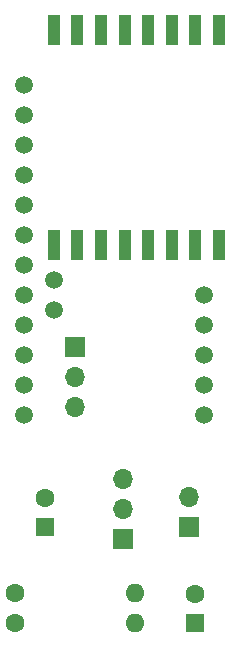
<source format=gbr>
%TF.GenerationSoftware,KiCad,Pcbnew,6.0.2+dfsg-1*%
%TF.CreationDate,2022-08-02T15:25:53+02:00*%
%TF.ProjectId,shield,73686965-6c64-42e6-9b69-6361645f7063,rev?*%
%TF.SameCoordinates,Original*%
%TF.FileFunction,Soldermask,Top*%
%TF.FilePolarity,Negative*%
%FSLAX46Y46*%
G04 Gerber Fmt 4.6, Leading zero omitted, Abs format (unit mm)*
G04 Created by KiCad (PCBNEW 6.0.2+dfsg-1) date 2022-08-02 15:25:53*
%MOMM*%
%LPD*%
G01*
G04 APERTURE LIST*
%ADD10R,1.000000X2.500000*%
%ADD11R,1.600000X1.600000*%
%ADD12C,1.600000*%
%ADD13O,1.700000X1.700000*%
%ADD14R,1.700000X1.700000*%
%ADD15O,1.600000X1.600000*%
%ADD16C,1.501140*%
G04 APERTURE END LIST*
D10*
%TO.C,RFM69HW*%
X97775000Y-75140000D03*
X99775000Y-75140000D03*
X101775000Y-75140000D03*
X103775000Y-75140000D03*
X105775000Y-75140000D03*
X107775000Y-75140000D03*
X109775000Y-75140000D03*
X111775000Y-75140000D03*
X111775000Y-56940000D03*
X109775000Y-56940000D03*
X107775000Y-56940000D03*
X105775000Y-56940000D03*
X103775000Y-56940000D03*
X101775000Y-56940000D03*
X99775000Y-56940000D03*
X97775000Y-56940000D03*
%TD*%
D11*
%TO.C,C2*%
X97028000Y-99060000D03*
D12*
X97028000Y-96560000D03*
%TD*%
D13*
%TO.C,Booster*%
X103632000Y-94981000D03*
X103632000Y-97521000D03*
D14*
X103632000Y-100061000D03*
%TD*%
%TO.C,Battery*%
X109220000Y-99060000D03*
D13*
X109220000Y-96520000D03*
%TD*%
D15*
%TO.C,R1*%
X104648000Y-107188000D03*
D12*
X94488000Y-107188000D03*
%TD*%
%TO.C,R2*%
X94488000Y-104648000D03*
D15*
X104648000Y-104648000D03*
%TD*%
D11*
%TO.C,C1*%
X109728000Y-107188000D03*
D12*
X109728000Y-104688000D03*
%TD*%
D16*
%TO.C,ProMini1*%
X110490000Y-89535000D03*
X110490000Y-86995000D03*
X110490000Y-84455000D03*
X95250000Y-74295000D03*
X95250000Y-76835000D03*
X95250000Y-79375000D03*
X95250000Y-84455000D03*
X110490000Y-79375000D03*
X110490000Y-81915000D03*
X95250000Y-86995000D03*
X95250000Y-66675000D03*
X95250000Y-64135000D03*
X95250000Y-61595000D03*
X95250000Y-89535000D03*
X95250000Y-69215000D03*
X97790000Y-80645000D03*
X97790000Y-78105000D03*
X95250000Y-81915000D03*
X95250000Y-71755000D03*
%TD*%
D14*
%TO.C,GND*%
X99568000Y-83820000D03*
D13*
X99568000Y-86360000D03*
X99568000Y-88900000D03*
%TD*%
M02*

</source>
